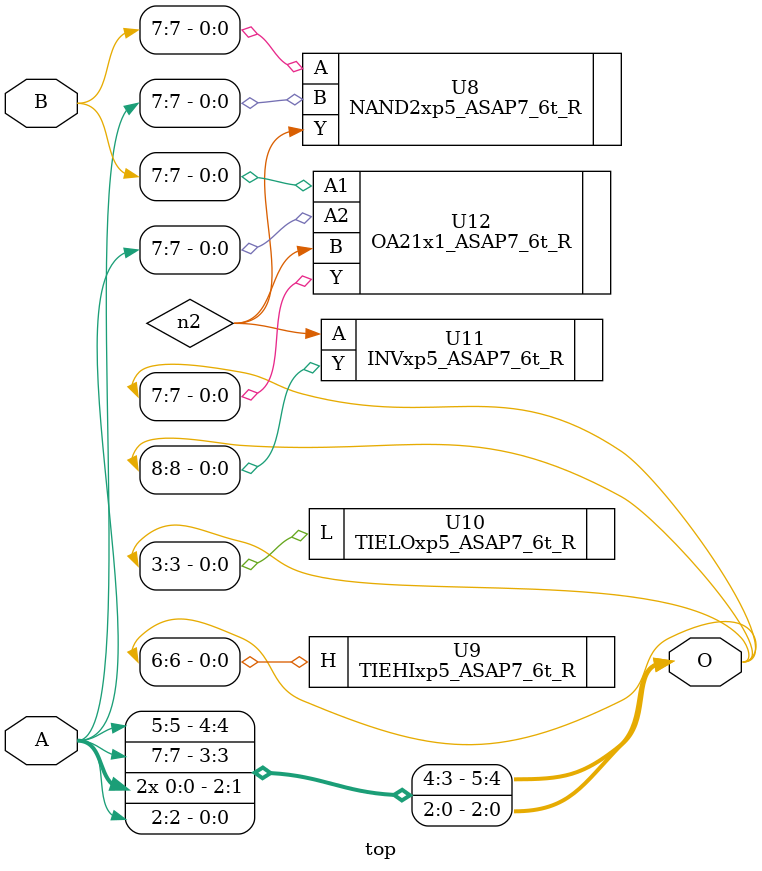
<source format=v>


module top ( A, B, O );
  input [7:0] A;
  input [7:0] B;
  output [8:0] O;
  wire   n2;
  assign O[5] = A[5];
  assign O[4] = A[7];
  assign O[1] = A[0];
  assign O[2] = A[0];
  assign O[0] = A[2];

  NAND2xp5_ASAP7_6t_R U8 ( .A(B[7]), .B(A[7]), .Y(n2) );
  TIEHIxp5_ASAP7_6t_R U9 ( .H(O[6]) );
  TIELOxp5_ASAP7_6t_R U10 ( .L(O[3]) );
  INVxp5_ASAP7_6t_R U11 ( .A(n2), .Y(O[8]) );
  OA21x1_ASAP7_6t_R U12 ( .A1(B[7]), .A2(A[7]), .B(n2), .Y(O[7]) );
endmodule


</source>
